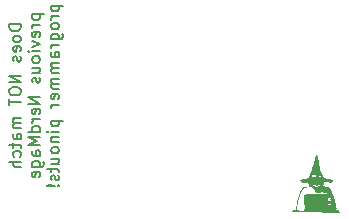
<source format=gbr>
%TF.GenerationSoftware,KiCad,Pcbnew,6.0.11+dfsg-1~bpo11+1*%
%TF.CreationDate,2024-03-27T15:17:51-04:00*%
%TF.ProjectId,Tool - ESP Module Flasher,546f6f6c-202d-4204-9553-50204d6f6475,1.0.0*%
%TF.SameCoordinates,Original*%
%TF.FileFunction,Legend,Bot*%
%TF.FilePolarity,Positive*%
%FSLAX46Y46*%
G04 Gerber Fmt 4.6, Leading zero omitted, Abs format (unit mm)*
G04 Created by KiCad (PCBNEW 6.0.11+dfsg-1~bpo11+1) date 2024-03-27 15:17:51*
%MOMM*%
%LPD*%
G01*
G04 APERTURE LIST*
%ADD10C,0.150000*%
G04 APERTURE END LIST*
D10*
X106342380Y-93976190D02*
X105342380Y-93976190D01*
X105342380Y-94214285D01*
X105390000Y-94357142D01*
X105485238Y-94452380D01*
X105580476Y-94500000D01*
X105770952Y-94547619D01*
X105913809Y-94547619D01*
X106104285Y-94500000D01*
X106199523Y-94452380D01*
X106294761Y-94357142D01*
X106342380Y-94214285D01*
X106342380Y-93976190D01*
X106342380Y-95119047D02*
X106294761Y-95023809D01*
X106247142Y-94976190D01*
X106151904Y-94928571D01*
X105866190Y-94928571D01*
X105770952Y-94976190D01*
X105723333Y-95023809D01*
X105675714Y-95119047D01*
X105675714Y-95261904D01*
X105723333Y-95357142D01*
X105770952Y-95404761D01*
X105866190Y-95452380D01*
X106151904Y-95452380D01*
X106247142Y-95404761D01*
X106294761Y-95357142D01*
X106342380Y-95261904D01*
X106342380Y-95119047D01*
X106294761Y-96261904D02*
X106342380Y-96166666D01*
X106342380Y-95976190D01*
X106294761Y-95880952D01*
X106199523Y-95833333D01*
X105818571Y-95833333D01*
X105723333Y-95880952D01*
X105675714Y-95976190D01*
X105675714Y-96166666D01*
X105723333Y-96261904D01*
X105818571Y-96309523D01*
X105913809Y-96309523D01*
X106009047Y-95833333D01*
X106294761Y-96690476D02*
X106342380Y-96785714D01*
X106342380Y-96976190D01*
X106294761Y-97071428D01*
X106199523Y-97119047D01*
X106151904Y-97119047D01*
X106056666Y-97071428D01*
X106009047Y-96976190D01*
X106009047Y-96833333D01*
X105961428Y-96738095D01*
X105866190Y-96690476D01*
X105818571Y-96690476D01*
X105723333Y-96738095D01*
X105675714Y-96833333D01*
X105675714Y-96976190D01*
X105723333Y-97071428D01*
X106342380Y-98309523D02*
X105342380Y-98309523D01*
X106342380Y-98880952D01*
X105342380Y-98880952D01*
X105342380Y-99547619D02*
X105342380Y-99738095D01*
X105390000Y-99833333D01*
X105485238Y-99928571D01*
X105675714Y-99976190D01*
X106009047Y-99976190D01*
X106199523Y-99928571D01*
X106294761Y-99833333D01*
X106342380Y-99738095D01*
X106342380Y-99547619D01*
X106294761Y-99452380D01*
X106199523Y-99357142D01*
X106009047Y-99309523D01*
X105675714Y-99309523D01*
X105485238Y-99357142D01*
X105390000Y-99452380D01*
X105342380Y-99547619D01*
X105342380Y-100261904D02*
X105342380Y-100833333D01*
X106342380Y-100547619D02*
X105342380Y-100547619D01*
X106342380Y-101928571D02*
X105675714Y-101928571D01*
X105770952Y-101928571D02*
X105723333Y-101976190D01*
X105675714Y-102071428D01*
X105675714Y-102214285D01*
X105723333Y-102309523D01*
X105818571Y-102357142D01*
X106342380Y-102357142D01*
X105818571Y-102357142D02*
X105723333Y-102404761D01*
X105675714Y-102500000D01*
X105675714Y-102642857D01*
X105723333Y-102738095D01*
X105818571Y-102785714D01*
X106342380Y-102785714D01*
X106342380Y-103690476D02*
X105818571Y-103690476D01*
X105723333Y-103642857D01*
X105675714Y-103547619D01*
X105675714Y-103357142D01*
X105723333Y-103261904D01*
X106294761Y-103690476D02*
X106342380Y-103595238D01*
X106342380Y-103357142D01*
X106294761Y-103261904D01*
X106199523Y-103214285D01*
X106104285Y-103214285D01*
X106009047Y-103261904D01*
X105961428Y-103357142D01*
X105961428Y-103595238D01*
X105913809Y-103690476D01*
X105675714Y-104023809D02*
X105675714Y-104404761D01*
X105342380Y-104166666D02*
X106199523Y-104166666D01*
X106294761Y-104214285D01*
X106342380Y-104309523D01*
X106342380Y-104404761D01*
X106294761Y-105166666D02*
X106342380Y-105071428D01*
X106342380Y-104880952D01*
X106294761Y-104785714D01*
X106247142Y-104738095D01*
X106151904Y-104690476D01*
X105866190Y-104690476D01*
X105770952Y-104738095D01*
X105723333Y-104785714D01*
X105675714Y-104880952D01*
X105675714Y-105071428D01*
X105723333Y-105166666D01*
X106342380Y-105595238D02*
X105342380Y-105595238D01*
X106342380Y-106023809D02*
X105818571Y-106023809D01*
X105723333Y-105976190D01*
X105675714Y-105880952D01*
X105675714Y-105738095D01*
X105723333Y-105642857D01*
X105770952Y-105595238D01*
X107285714Y-93119047D02*
X108285714Y-93119047D01*
X107333333Y-93119047D02*
X107285714Y-93214285D01*
X107285714Y-93404761D01*
X107333333Y-93500000D01*
X107380952Y-93547619D01*
X107476190Y-93595238D01*
X107761904Y-93595238D01*
X107857142Y-93547619D01*
X107904761Y-93500000D01*
X107952380Y-93404761D01*
X107952380Y-93214285D01*
X107904761Y-93119047D01*
X107952380Y-94023809D02*
X107285714Y-94023809D01*
X107476190Y-94023809D02*
X107380952Y-94071428D01*
X107333333Y-94119047D01*
X107285714Y-94214285D01*
X107285714Y-94309523D01*
X107904761Y-95023809D02*
X107952380Y-94928571D01*
X107952380Y-94738095D01*
X107904761Y-94642857D01*
X107809523Y-94595238D01*
X107428571Y-94595238D01*
X107333333Y-94642857D01*
X107285714Y-94738095D01*
X107285714Y-94928571D01*
X107333333Y-95023809D01*
X107428571Y-95071428D01*
X107523809Y-95071428D01*
X107619047Y-94595238D01*
X107285714Y-95404761D02*
X107952380Y-95642857D01*
X107285714Y-95880952D01*
X107952380Y-96261904D02*
X107285714Y-96261904D01*
X106952380Y-96261904D02*
X107000000Y-96214285D01*
X107047619Y-96261904D01*
X107000000Y-96309523D01*
X106952380Y-96261904D01*
X107047619Y-96261904D01*
X107952380Y-96880952D02*
X107904761Y-96785714D01*
X107857142Y-96738095D01*
X107761904Y-96690476D01*
X107476190Y-96690476D01*
X107380952Y-96738095D01*
X107333333Y-96785714D01*
X107285714Y-96880952D01*
X107285714Y-97023809D01*
X107333333Y-97119047D01*
X107380952Y-97166666D01*
X107476190Y-97214285D01*
X107761904Y-97214285D01*
X107857142Y-97166666D01*
X107904761Y-97119047D01*
X107952380Y-97023809D01*
X107952380Y-96880952D01*
X107285714Y-98071428D02*
X107952380Y-98071428D01*
X107285714Y-97642857D02*
X107809523Y-97642857D01*
X107904761Y-97690476D01*
X107952380Y-97785714D01*
X107952380Y-97928571D01*
X107904761Y-98023809D01*
X107857142Y-98071428D01*
X107904761Y-98499999D02*
X107952380Y-98595238D01*
X107952380Y-98785714D01*
X107904761Y-98880952D01*
X107809523Y-98928571D01*
X107761904Y-98928571D01*
X107666666Y-98880952D01*
X107619047Y-98785714D01*
X107619047Y-98642857D01*
X107571428Y-98547619D01*
X107476190Y-98499999D01*
X107428571Y-98499999D01*
X107333333Y-98547619D01*
X107285714Y-98642857D01*
X107285714Y-98785714D01*
X107333333Y-98880952D01*
X107952380Y-100119047D02*
X106952380Y-100119047D01*
X107952380Y-100690476D01*
X106952380Y-100690476D01*
X107904761Y-101547619D02*
X107952380Y-101452380D01*
X107952380Y-101261904D01*
X107904761Y-101166666D01*
X107809523Y-101119047D01*
X107428571Y-101119047D01*
X107333333Y-101166666D01*
X107285714Y-101261904D01*
X107285714Y-101452380D01*
X107333333Y-101547619D01*
X107428571Y-101595238D01*
X107523809Y-101595238D01*
X107619047Y-101119047D01*
X107952380Y-102023809D02*
X107285714Y-102023809D01*
X107476190Y-102023809D02*
X107380952Y-102071428D01*
X107333333Y-102119047D01*
X107285714Y-102214285D01*
X107285714Y-102309523D01*
X107952380Y-103071428D02*
X106952380Y-103071428D01*
X107904761Y-103071428D02*
X107952380Y-102976190D01*
X107952380Y-102785714D01*
X107904761Y-102690476D01*
X107857142Y-102642857D01*
X107761904Y-102595238D01*
X107476190Y-102595238D01*
X107380952Y-102642857D01*
X107333333Y-102690476D01*
X107285714Y-102785714D01*
X107285714Y-102976190D01*
X107333333Y-103071428D01*
X107952380Y-103547619D02*
X106952380Y-103547619D01*
X107666666Y-103880952D01*
X106952380Y-104214285D01*
X107952380Y-104214285D01*
X107952380Y-105119047D02*
X107428571Y-105119047D01*
X107333333Y-105071428D01*
X107285714Y-104976190D01*
X107285714Y-104785714D01*
X107333333Y-104690476D01*
X107904761Y-105119047D02*
X107952380Y-105023809D01*
X107952380Y-104785714D01*
X107904761Y-104690476D01*
X107809523Y-104642857D01*
X107714285Y-104642857D01*
X107619047Y-104690476D01*
X107571428Y-104785714D01*
X107571428Y-105023809D01*
X107523809Y-105119047D01*
X107285714Y-106023809D02*
X108095238Y-106023809D01*
X108190476Y-105976190D01*
X108238095Y-105928571D01*
X108285714Y-105833333D01*
X108285714Y-105690476D01*
X108238095Y-105595238D01*
X107904761Y-106023809D02*
X107952380Y-105928571D01*
X107952380Y-105738095D01*
X107904761Y-105642857D01*
X107857142Y-105595238D01*
X107761904Y-105547619D01*
X107476190Y-105547619D01*
X107380952Y-105595238D01*
X107333333Y-105642857D01*
X107285714Y-105738095D01*
X107285714Y-105928571D01*
X107333333Y-106023809D01*
X107904761Y-106880952D02*
X107952380Y-106785714D01*
X107952380Y-106595238D01*
X107904761Y-106499999D01*
X107809523Y-106452380D01*
X107428571Y-106452380D01*
X107333333Y-106499999D01*
X107285714Y-106595238D01*
X107285714Y-106785714D01*
X107333333Y-106880952D01*
X107428571Y-106928571D01*
X107523809Y-106928571D01*
X107619047Y-106452380D01*
X108895714Y-92380952D02*
X109895714Y-92380952D01*
X108943333Y-92380952D02*
X108895714Y-92476190D01*
X108895714Y-92666666D01*
X108943333Y-92761904D01*
X108990952Y-92809523D01*
X109086190Y-92857142D01*
X109371904Y-92857142D01*
X109467142Y-92809523D01*
X109514761Y-92761904D01*
X109562380Y-92666666D01*
X109562380Y-92476190D01*
X109514761Y-92380952D01*
X109562380Y-93285714D02*
X108895714Y-93285714D01*
X109086190Y-93285714D02*
X108990952Y-93333333D01*
X108943333Y-93380952D01*
X108895714Y-93476190D01*
X108895714Y-93571428D01*
X109562380Y-94047619D02*
X109514761Y-93952380D01*
X109467142Y-93904761D01*
X109371904Y-93857142D01*
X109086190Y-93857142D01*
X108990952Y-93904761D01*
X108943333Y-93952380D01*
X108895714Y-94047619D01*
X108895714Y-94190476D01*
X108943333Y-94285714D01*
X108990952Y-94333333D01*
X109086190Y-94380952D01*
X109371904Y-94380952D01*
X109467142Y-94333333D01*
X109514761Y-94285714D01*
X109562380Y-94190476D01*
X109562380Y-94047619D01*
X108895714Y-95238095D02*
X109705238Y-95238095D01*
X109800476Y-95190476D01*
X109848095Y-95142857D01*
X109895714Y-95047619D01*
X109895714Y-94904761D01*
X109848095Y-94809523D01*
X109514761Y-95238095D02*
X109562380Y-95142857D01*
X109562380Y-94952380D01*
X109514761Y-94857142D01*
X109467142Y-94809523D01*
X109371904Y-94761904D01*
X109086190Y-94761904D01*
X108990952Y-94809523D01*
X108943333Y-94857142D01*
X108895714Y-94952380D01*
X108895714Y-95142857D01*
X108943333Y-95238095D01*
X109562380Y-95714285D02*
X108895714Y-95714285D01*
X109086190Y-95714285D02*
X108990952Y-95761904D01*
X108943333Y-95809523D01*
X108895714Y-95904761D01*
X108895714Y-96000000D01*
X109562380Y-96761904D02*
X109038571Y-96761904D01*
X108943333Y-96714285D01*
X108895714Y-96619047D01*
X108895714Y-96428571D01*
X108943333Y-96333333D01*
X109514761Y-96761904D02*
X109562380Y-96666666D01*
X109562380Y-96428571D01*
X109514761Y-96333333D01*
X109419523Y-96285714D01*
X109324285Y-96285714D01*
X109229047Y-96333333D01*
X109181428Y-96428571D01*
X109181428Y-96666666D01*
X109133809Y-96761904D01*
X109562380Y-97238095D02*
X108895714Y-97238095D01*
X108990952Y-97238095D02*
X108943333Y-97285714D01*
X108895714Y-97380952D01*
X108895714Y-97523809D01*
X108943333Y-97619047D01*
X109038571Y-97666666D01*
X109562380Y-97666666D01*
X109038571Y-97666666D02*
X108943333Y-97714285D01*
X108895714Y-97809523D01*
X108895714Y-97952380D01*
X108943333Y-98047619D01*
X109038571Y-98095238D01*
X109562380Y-98095238D01*
X109562380Y-98571428D02*
X108895714Y-98571428D01*
X108990952Y-98571428D02*
X108943333Y-98619047D01*
X108895714Y-98714285D01*
X108895714Y-98857142D01*
X108943333Y-98952380D01*
X109038571Y-99000000D01*
X109562380Y-99000000D01*
X109038571Y-99000000D02*
X108943333Y-99047619D01*
X108895714Y-99142857D01*
X108895714Y-99285714D01*
X108943333Y-99380952D01*
X109038571Y-99428571D01*
X109562380Y-99428571D01*
X109514761Y-100285714D02*
X109562380Y-100190476D01*
X109562380Y-100000000D01*
X109514761Y-99904761D01*
X109419523Y-99857142D01*
X109038571Y-99857142D01*
X108943333Y-99904761D01*
X108895714Y-100000000D01*
X108895714Y-100190476D01*
X108943333Y-100285714D01*
X109038571Y-100333333D01*
X109133809Y-100333333D01*
X109229047Y-99857142D01*
X109562380Y-100761904D02*
X108895714Y-100761904D01*
X109086190Y-100761904D02*
X108990952Y-100809523D01*
X108943333Y-100857142D01*
X108895714Y-100952380D01*
X108895714Y-101047619D01*
X108895714Y-102142857D02*
X109895714Y-102142857D01*
X108943333Y-102142857D02*
X108895714Y-102238095D01*
X108895714Y-102428571D01*
X108943333Y-102523809D01*
X108990952Y-102571428D01*
X109086190Y-102619047D01*
X109371904Y-102619047D01*
X109467142Y-102571428D01*
X109514761Y-102523809D01*
X109562380Y-102428571D01*
X109562380Y-102238095D01*
X109514761Y-102142857D01*
X109562380Y-103047619D02*
X108895714Y-103047619D01*
X108562380Y-103047619D02*
X108610000Y-103000000D01*
X108657619Y-103047619D01*
X108610000Y-103095238D01*
X108562380Y-103047619D01*
X108657619Y-103047619D01*
X108895714Y-103523809D02*
X109562380Y-103523809D01*
X108990952Y-103523809D02*
X108943333Y-103571428D01*
X108895714Y-103666666D01*
X108895714Y-103809523D01*
X108943333Y-103904761D01*
X109038571Y-103952380D01*
X109562380Y-103952380D01*
X109562380Y-104571428D02*
X109514761Y-104476190D01*
X109467142Y-104428571D01*
X109371904Y-104380952D01*
X109086190Y-104380952D01*
X108990952Y-104428571D01*
X108943333Y-104476190D01*
X108895714Y-104571428D01*
X108895714Y-104714285D01*
X108943333Y-104809523D01*
X108990952Y-104857142D01*
X109086190Y-104904761D01*
X109371904Y-104904761D01*
X109467142Y-104857142D01*
X109514761Y-104809523D01*
X109562380Y-104714285D01*
X109562380Y-104571428D01*
X108895714Y-105761904D02*
X109562380Y-105761904D01*
X108895714Y-105333333D02*
X109419523Y-105333333D01*
X109514761Y-105380952D01*
X109562380Y-105476190D01*
X109562380Y-105619047D01*
X109514761Y-105714285D01*
X109467142Y-105761904D01*
X108895714Y-106095238D02*
X108895714Y-106476190D01*
X108562380Y-106238095D02*
X109419523Y-106238095D01*
X109514761Y-106285714D01*
X109562380Y-106380952D01*
X109562380Y-106476190D01*
X109514761Y-106761904D02*
X109562380Y-106857142D01*
X109562380Y-107047619D01*
X109514761Y-107142857D01*
X109419523Y-107190476D01*
X109371904Y-107190476D01*
X109276666Y-107142857D01*
X109229047Y-107047619D01*
X109229047Y-106904761D01*
X109181428Y-106809523D01*
X109086190Y-106761904D01*
X109038571Y-106761904D01*
X108943333Y-106809523D01*
X108895714Y-106904761D01*
X108895714Y-107047619D01*
X108943333Y-107142857D01*
X109467142Y-107619047D02*
X109514761Y-107666666D01*
X109562380Y-107619047D01*
X109514761Y-107571428D01*
X109467142Y-107619047D01*
X109562380Y-107619047D01*
X109181428Y-107619047D02*
X108610000Y-107571428D01*
X108562380Y-107619047D01*
X108610000Y-107666666D01*
X109181428Y-107619047D01*
X108562380Y-107619047D01*
%TO.C,G\u002A\u002A\u002A*%
G36*
X131214829Y-106763140D02*
G01*
X131218000Y-106800000D01*
X131209791Y-106811970D01*
X131175640Y-106840000D01*
X131171648Y-106838960D01*
X131158000Y-106800000D01*
X131159628Y-106789036D01*
X131200361Y-106760000D01*
X131214829Y-106763140D01*
G37*
G36*
X131805500Y-108212675D02*
G01*
X131824015Y-108227073D01*
X131781334Y-108236842D01*
X131740763Y-108234013D01*
X131728834Y-108215833D01*
X131742985Y-108207906D01*
X131805500Y-108212675D01*
G37*
G36*
X130198000Y-108780000D02*
G01*
X130178000Y-108800000D01*
X130158000Y-108780000D01*
X130178000Y-108760000D01*
X130198000Y-108780000D01*
G37*
G36*
X132067083Y-106950436D02*
G01*
X132127477Y-106985068D01*
X132271815Y-107027295D01*
X132478000Y-107063742D01*
X132557178Y-107077233D01*
X132698244Y-107116395D01*
X132774880Y-107169422D01*
X132798001Y-107242407D01*
X132797764Y-107250257D01*
X132787206Y-107270436D01*
X132775225Y-107293333D01*
X132765243Y-107312411D01*
X132668000Y-107349450D01*
X132659370Y-107351255D01*
X132567060Y-107368303D01*
X132518000Y-107373334D01*
X132481482Y-107368764D01*
X132385008Y-107357851D01*
X132253278Y-107343495D01*
X132208647Y-107338740D01*
X132092717Y-107329381D01*
X132030459Y-107336946D01*
X132001652Y-107367875D01*
X131987132Y-107424505D01*
X131986080Y-107428610D01*
X131967605Y-107507226D01*
X131965314Y-107516976D01*
X131938329Y-107605290D01*
X131933434Y-107627692D01*
X131954431Y-107660151D01*
X132026497Y-107686868D01*
X132163891Y-107714764D01*
X132265295Y-107735067D01*
X132396101Y-107779329D01*
X132489257Y-107850239D01*
X132563736Y-107964797D01*
X132638510Y-108140000D01*
X132685836Y-108256336D01*
X132738785Y-108372205D01*
X132744636Y-108382576D01*
X132777036Y-108440000D01*
X132778919Y-108442564D01*
X132815040Y-108519632D01*
X132860457Y-108653176D01*
X132910418Y-108824224D01*
X132923649Y-108874639D01*
X132952446Y-108984365D01*
X132960172Y-109013805D01*
X132980585Y-109100000D01*
X133004965Y-109202947D01*
X133019677Y-109274126D01*
X133040047Y-109372678D01*
X133047652Y-109421123D01*
X133060667Y-109504027D01*
X133062071Y-109578022D01*
X133053343Y-109635104D01*
X133080337Y-109671730D01*
X133167877Y-109687456D01*
X133230242Y-109696891D01*
X133289014Y-109733336D01*
X133311287Y-109816528D01*
X133324573Y-109933057D01*
X132054764Y-109906528D01*
X132015915Y-109905724D01*
X131657402Y-109898880D01*
X131286773Y-109892733D01*
X130922448Y-109887528D01*
X130582845Y-109883508D01*
X130286382Y-109880917D01*
X130051477Y-109880000D01*
X129318000Y-109880000D01*
X129318000Y-109780000D01*
X129318292Y-109761405D01*
X129331619Y-109707564D01*
X129380870Y-109684714D01*
X129488000Y-109679931D01*
X129658000Y-109679863D01*
X129664290Y-109500948D01*
X129729509Y-109500948D01*
X129736505Y-109595289D01*
X129776815Y-109654513D01*
X129860651Y-109713929D01*
X129918073Y-109735017D01*
X130038739Y-109757673D01*
X130155306Y-109758843D01*
X130243238Y-109739345D01*
X130278000Y-109700000D01*
X130286698Y-109670037D01*
X130342664Y-109640000D01*
X130354600Y-109639393D01*
X130390183Y-109611817D01*
X130384795Y-109530000D01*
X130366948Y-109422222D01*
X130354959Y-109328608D01*
X132340538Y-109328608D01*
X132342193Y-109337833D01*
X132418000Y-109359146D01*
X132519536Y-109387186D01*
X132618000Y-109417814D01*
X132632931Y-109422681D01*
X132651239Y-109421123D01*
X132598000Y-109384180D01*
X132507976Y-109344678D01*
X132398000Y-109325511D01*
X132340538Y-109328608D01*
X130354959Y-109328608D01*
X130347306Y-109268854D01*
X130341304Y-109213573D01*
X132340214Y-109213573D01*
X132374715Y-109235664D01*
X132471289Y-109240000D01*
X132492852Y-109240297D01*
X132598147Y-109250271D01*
X132661594Y-109270000D01*
X132667858Y-109274126D01*
X132648156Y-109252611D01*
X132585551Y-109193711D01*
X132575205Y-109184166D01*
X132511338Y-109119203D01*
X132506443Y-109100000D01*
X132638000Y-109100000D01*
X132658000Y-109120000D01*
X132678000Y-109100000D01*
X132658000Y-109080000D01*
X132638000Y-109100000D01*
X132506443Y-109100000D01*
X132502829Y-109085822D01*
X132543957Y-109066538D01*
X132550131Y-109064694D01*
X132560924Y-109053501D01*
X132502315Y-109052826D01*
X132416314Y-109074251D01*
X132353604Y-109150000D01*
X132349967Y-109160098D01*
X132340214Y-109213573D01*
X130341304Y-109213573D01*
X130327830Y-109089482D01*
X130321257Y-109020000D01*
X131278000Y-109020000D01*
X131279342Y-109037180D01*
X131312787Y-109078812D01*
X131371334Y-109053333D01*
X131383161Y-109039685D01*
X131393091Y-108984365D01*
X131338000Y-108960000D01*
X131310019Y-108966969D01*
X131278000Y-109020000D01*
X130321257Y-109020000D01*
X130310064Y-108901681D01*
X130309257Y-108891746D01*
X132360738Y-108891746D01*
X132363834Y-108949375D01*
X132366285Y-108953160D01*
X132414700Y-108960091D01*
X132492995Y-108941802D01*
X132565865Y-108909561D01*
X132598000Y-108874639D01*
X132590247Y-108847134D01*
X132544883Y-108818504D01*
X132498404Y-108839347D01*
X132489722Y-108850759D01*
X132432916Y-108880000D01*
X132427265Y-108878313D01*
X132431410Y-108838973D01*
X132475277Y-108763825D01*
X132490548Y-108741916D01*
X132547997Y-108637365D01*
X132544587Y-108578469D01*
X132480451Y-108560000D01*
X132437813Y-108570072D01*
X132401246Y-108622906D01*
X132376285Y-108737499D01*
X132369590Y-108787005D01*
X132360738Y-108891746D01*
X130309257Y-108891746D01*
X130295554Y-108723023D01*
X130285844Y-108571084D01*
X130282480Y-108463438D01*
X130287007Y-108417660D01*
X130358583Y-108380741D01*
X130500334Y-108347600D01*
X130694753Y-108322203D01*
X130927745Y-108304795D01*
X131185212Y-108295622D01*
X131453060Y-108294928D01*
X131717192Y-108302959D01*
X131963512Y-108319960D01*
X132177924Y-108346176D01*
X132346331Y-108381851D01*
X132370638Y-108382576D01*
X132328000Y-108355124D01*
X132270021Y-108309663D01*
X132237388Y-108243887D01*
X132237330Y-108239308D01*
X132229760Y-108202025D01*
X132199989Y-108238151D01*
X132184739Y-108258939D01*
X132141313Y-108275349D01*
X132064416Y-108243433D01*
X131985967Y-108214848D01*
X131921815Y-108217642D01*
X131898806Y-108222869D01*
X131878000Y-108182360D01*
X131877962Y-108179623D01*
X131849816Y-108128447D01*
X131787567Y-108128441D01*
X131718000Y-108180000D01*
X131713071Y-108185299D01*
X131632686Y-108224514D01*
X131514130Y-108240000D01*
X131436281Y-108235925D01*
X131357390Y-108205342D01*
X131302236Y-108130000D01*
X131248436Y-108048389D01*
X131163706Y-107947585D01*
X131066973Y-107848734D01*
X130973987Y-107766758D01*
X130900498Y-107716579D01*
X130862253Y-107713119D01*
X130818896Y-107735870D01*
X130716699Y-107761135D01*
X130580465Y-107781212D01*
X130505920Y-107790321D01*
X130379067Y-107817876D01*
X130281930Y-107867504D01*
X130199822Y-107952322D01*
X130118053Y-108085448D01*
X130021933Y-108280000D01*
X129993400Y-108346053D01*
X129932520Y-108518708D01*
X129873195Y-108723275D01*
X129819328Y-108941768D01*
X129774823Y-109156201D01*
X129743582Y-109348590D01*
X129729509Y-109500948D01*
X129664290Y-109500948D01*
X129665917Y-109454665D01*
X129683144Y-109256979D01*
X129727552Y-109002605D01*
X129793102Y-108737822D01*
X129874539Y-108477585D01*
X129966606Y-108236850D01*
X130064049Y-108030571D01*
X130161610Y-107873704D01*
X130254035Y-107781203D01*
X130304224Y-107758751D01*
X130424058Y-107725702D01*
X130565948Y-107701613D01*
X130793896Y-107674756D01*
X130748351Y-107567378D01*
X130736375Y-107540113D01*
X130803065Y-107540113D01*
X130831263Y-107609262D01*
X130833148Y-107611118D01*
X130857838Y-107618541D01*
X130848752Y-107556793D01*
X130836056Y-107526568D01*
X131006623Y-107526568D01*
X131029693Y-107571605D01*
X131080246Y-107618541D01*
X131121070Y-107656444D01*
X131157367Y-107684788D01*
X131302535Y-107751853D01*
X131440656Y-107739327D01*
X131571077Y-107647226D01*
X131592864Y-107623277D01*
X131644582Y-107550068D01*
X131651894Y-107507226D01*
X131626609Y-107487834D01*
X131567690Y-107494685D01*
X131510722Y-107580000D01*
X131458901Y-107650640D01*
X131361580Y-107677188D01*
X131339601Y-107676328D01*
X131294705Y-107667338D01*
X131324348Y-107647188D01*
X131343946Y-107628401D01*
X131305837Y-107598275D01*
X131194348Y-107556939D01*
X131170241Y-107549330D01*
X131053069Y-107519691D01*
X131006623Y-107526568D01*
X130836056Y-107526568D01*
X130827099Y-107505245D01*
X130806490Y-107514531D01*
X130803065Y-107540113D01*
X130736375Y-107540113D01*
X130723668Y-107511184D01*
X130678585Y-107437923D01*
X130631138Y-107420000D01*
X130758000Y-107420000D01*
X130778000Y-107440000D01*
X131318000Y-107440000D01*
X131318459Y-107449052D01*
X131335640Y-107480000D01*
X131342056Y-107478159D01*
X131378000Y-107440000D01*
X131384251Y-107424505D01*
X131360361Y-107400000D01*
X131348751Y-107401537D01*
X131333990Y-107420000D01*
X131318000Y-107440000D01*
X130778000Y-107440000D01*
X130798000Y-107420000D01*
X130778000Y-107400000D01*
X130758000Y-107420000D01*
X130631138Y-107420000D01*
X130624533Y-107417505D01*
X130537042Y-107434549D01*
X130501528Y-107441752D01*
X130364033Y-107437495D01*
X130219117Y-107396339D01*
X130088596Y-107328766D01*
X130062166Y-107305364D01*
X132245076Y-107305364D01*
X132278000Y-107320000D01*
X132299176Y-107317113D01*
X132304667Y-107293333D01*
X132298804Y-107288546D01*
X132251334Y-107293333D01*
X132245076Y-107305364D01*
X130062166Y-107305364D01*
X130010932Y-107260000D01*
X131958000Y-107260000D01*
X131978000Y-107280000D01*
X131998000Y-107260000D01*
X131993833Y-107255833D01*
X132088834Y-107255833D01*
X132089023Y-107260000D01*
X132089453Y-107269487D01*
X132141334Y-107276842D01*
X132180652Y-107270436D01*
X132165500Y-107252675D01*
X132142369Y-107246284D01*
X132088834Y-107255833D01*
X131993833Y-107255833D01*
X131978000Y-107240000D01*
X131958000Y-107260000D01*
X130010932Y-107260000D01*
X129994285Y-107245260D01*
X129958000Y-107156303D01*
X129988970Y-107137992D01*
X130079224Y-107111170D01*
X130208000Y-107083053D01*
X130212416Y-107082215D01*
X130442889Y-107033518D01*
X130599853Y-106988268D01*
X130689495Y-106944233D01*
X130694810Y-106935833D01*
X131768834Y-106935833D01*
X131769453Y-106949487D01*
X131821334Y-106956842D01*
X131860652Y-106950436D01*
X131845500Y-106932675D01*
X131822369Y-106926284D01*
X131768834Y-106935833D01*
X130694810Y-106935833D01*
X130718000Y-106899184D01*
X130718922Y-106889286D01*
X130745284Y-106811674D01*
X130768489Y-106766319D01*
X131014015Y-106766319D01*
X131021390Y-106828304D01*
X131074935Y-106904011D01*
X131159701Y-106924090D01*
X131251562Y-106877273D01*
X131269546Y-106856166D01*
X131556651Y-106856166D01*
X131565228Y-106866549D01*
X131638000Y-106870719D01*
X131665140Y-106870333D01*
X131720450Y-106864020D01*
X131708000Y-106852426D01*
X131669450Y-106846206D01*
X131568000Y-106852426D01*
X131556651Y-106856166D01*
X131269546Y-106856166D01*
X131291145Y-106830815D01*
X131315566Y-106745159D01*
X131269000Y-106683600D01*
X131157453Y-106660000D01*
X131073734Y-106665007D01*
X131026713Y-106694341D01*
X131014015Y-106766319D01*
X130768489Y-106766319D01*
X130796666Y-106711244D01*
X130797828Y-106709254D01*
X130845777Y-106600889D01*
X130896025Y-106447124D01*
X130937881Y-106280567D01*
X130943489Y-106254373D01*
X130977297Y-106113235D01*
X131008271Y-106008642D01*
X131030319Y-105961609D01*
X131032314Y-105960089D01*
X131079853Y-105890942D01*
X131133988Y-105765508D01*
X131188584Y-105605405D01*
X131237505Y-105432250D01*
X131274618Y-105267658D01*
X131293785Y-105133248D01*
X131288872Y-105050635D01*
X131291649Y-105019273D01*
X131350619Y-105000000D01*
X131409522Y-105022728D01*
X131464446Y-105110212D01*
X131505511Y-105267762D01*
X131534416Y-105500000D01*
X131545428Y-105601012D01*
X131571280Y-105767326D01*
X131600652Y-105900000D01*
X131604940Y-105915406D01*
X131640716Y-106066587D01*
X131666292Y-106210000D01*
X131670496Y-106237249D01*
X131693512Y-106324728D01*
X131719506Y-106360000D01*
X131747754Y-106380979D01*
X131781762Y-106449620D01*
X131797220Y-106530158D01*
X131805515Y-106557759D01*
X131842390Y-106641301D01*
X131894258Y-106745159D01*
X131898743Y-106754139D01*
X131952098Y-106844659D01*
X131969605Y-106864020D01*
X132026924Y-106927407D01*
X132067083Y-106950436D01*
G37*
G36*
X130838000Y-108220000D02*
G01*
X130818000Y-108240000D01*
X130798000Y-108220000D01*
X130818000Y-108200000D01*
X130838000Y-108220000D01*
G37*
G36*
X130358000Y-108300000D02*
G01*
X130338000Y-108320000D01*
X130318000Y-108300000D01*
X130338000Y-108280000D01*
X130358000Y-108300000D01*
G37*
G36*
X130358000Y-108140000D02*
G01*
X130338000Y-108160000D01*
X130318000Y-108140000D01*
X130338000Y-108120000D01*
X130358000Y-108140000D01*
G37*
G36*
X131104667Y-106733333D02*
G01*
X131110925Y-106745364D01*
X131078000Y-106760000D01*
X131056825Y-106757113D01*
X131051334Y-106733333D01*
X131057197Y-106728546D01*
X131104667Y-106733333D01*
G37*
%TD*%
M02*

</source>
